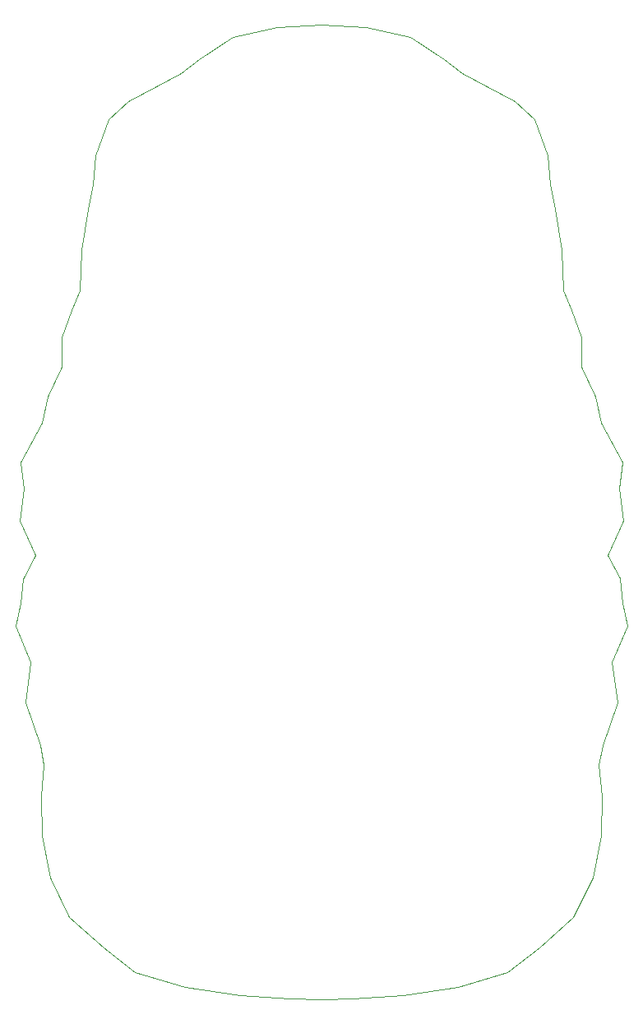
<source format=gbr>
G04 #@! TF.GenerationSoftware,KiCad,Pcbnew,no-vcs-found-bf44d39~61~ubuntu16.04.1*
G04 #@! TF.CreationDate,2018-01-11T19:38:33+02:00*
G04 #@! TF.ProjectId,shd18-badge,73686431382D62616467652E6B696361,rev?*
G04 #@! TF.SameCoordinates,Original*
G04 #@! TF.FileFunction,Profile,NP*
%FSLAX45Y45*%
G04 Gerber Fmt 4.5, Leading zero omitted, Abs format (unit mm)*
G04 Created by KiCad (PCBNEW no-vcs-found-bf44d39~61~ubuntu16.04.1) date Thu Jan 11 19:38:33 2018*
%MOMM*%
%LPD*%
G01*
G04 APERTURE LIST*
%ADD10C,0.100000*%
G04 APERTURE END LIST*
D10*
X31722404Y-18686631D02*
X31881714Y-18328144D01*
X26859001Y-22971998D02*
X27369683Y-23127644D01*
X26531929Y-22723250D02*
X26859001Y-22971998D01*
X26182048Y-22407466D02*
X26531929Y-22723250D01*
X31881714Y-18328144D02*
X31846256Y-17996958D01*
X26585057Y-14195219D02*
X26452659Y-14566419D01*
X26785065Y-14011715D02*
X26585057Y-14195219D01*
X31654957Y-21573791D02*
X31663800Y-21168134D01*
X31569679Y-22005605D02*
X31654957Y-21573791D01*
X31370712Y-22407463D02*
X31569679Y-22005605D01*
X28451062Y-23246547D02*
X28776350Y-23253261D01*
X27941272Y-23211917D02*
X28451062Y-23246547D01*
X27369683Y-23127644D02*
X27941272Y-23211917D01*
X25895042Y-17316207D02*
X25682503Y-17723570D01*
X25954672Y-17050001D02*
X25895042Y-17316207D01*
X31846256Y-17996958D02*
X31872177Y-17723507D01*
X31670916Y-20640599D02*
X31822525Y-20199671D01*
X31633463Y-20844747D02*
X31670916Y-20640599D01*
X31663800Y-21168134D02*
X31633463Y-20844747D01*
X25675436Y-19177548D02*
X25629340Y-19409174D01*
X25700602Y-18925015D02*
X25675436Y-19177548D01*
X25983096Y-22005614D02*
X26182048Y-22407466D01*
X25897819Y-21573804D02*
X25983096Y-22005614D01*
X31134184Y-14860853D02*
X31102006Y-14566418D01*
X31185044Y-15122119D02*
X31134184Y-14860853D01*
X26420468Y-14860854D02*
X26369636Y-15122120D01*
X26452659Y-14566419D02*
X26420468Y-14860854D01*
X26205509Y-16162414D02*
X26099090Y-16442424D01*
X26292031Y-15954920D02*
X26205509Y-16162414D01*
X29231974Y-13245411D02*
X28777310Y-13223920D01*
X29689489Y-13346407D02*
X29231974Y-13245411D01*
X26099314Y-16743601D02*
X25954672Y-17050001D01*
X26099090Y-16442424D02*
X26099314Y-16743601D01*
X31020802Y-22723250D02*
X31370712Y-22407463D01*
X30693754Y-22971998D02*
X31020802Y-22723250D01*
X30183072Y-23127644D02*
X30693754Y-22971998D01*
X31659579Y-17316206D02*
X31600000Y-17050000D01*
X31872177Y-17723507D02*
X31659579Y-17316206D01*
X30477689Y-13854641D02*
X30224982Y-13722080D01*
X30769634Y-14011709D02*
X30477689Y-13854641D01*
X28322681Y-13245412D02*
X27865160Y-13346407D01*
X28777310Y-13223920D02*
X28322681Y-13245412D01*
X31854291Y-18924549D02*
X31722404Y-18686631D01*
X26309097Y-15538658D02*
X26292031Y-15954920D01*
X26369636Y-15122120D02*
X26309097Y-15538658D01*
X25888960Y-21168145D02*
X25897819Y-21573804D01*
X25919268Y-20844747D02*
X25888960Y-21168145D01*
X27076964Y-13854673D02*
X26785065Y-14011715D01*
X27329690Y-13722085D02*
X27076964Y-13854673D01*
X25881877Y-20640599D02*
X25919268Y-20844747D01*
X25730225Y-20199671D02*
X25881877Y-20640599D01*
X27513667Y-13581691D02*
X27329690Y-13722085D01*
X27865160Y-13346407D02*
X27513667Y-13581691D01*
X31348524Y-16160895D02*
X31262621Y-15954919D01*
X31455497Y-16442198D02*
X31348524Y-16160895D01*
X25832435Y-18687097D02*
X25700602Y-18925015D01*
X25673155Y-18328614D02*
X25832435Y-18687097D01*
X31245569Y-15538657D02*
X31185044Y-15122119D01*
X31262621Y-15954919D02*
X31245569Y-15538657D01*
X30969596Y-14195218D02*
X30769634Y-14011709D01*
X31102006Y-14566418D02*
X30969596Y-14195218D01*
X25708645Y-17997455D02*
X25673155Y-18328614D01*
X25682503Y-17723570D02*
X25708645Y-17997455D01*
X29611470Y-23211917D02*
X30183072Y-23127644D01*
X29101658Y-23246547D02*
X29611470Y-23211917D01*
X28776350Y-23253261D02*
X29101658Y-23246547D01*
X30040954Y-13581690D02*
X29689489Y-13346407D01*
X30224982Y-13722080D02*
X30040954Y-13581690D01*
X31923453Y-19409174D02*
X31879464Y-19177082D01*
X31768932Y-19780420D02*
X31923453Y-19409174D01*
X31822525Y-20199671D02*
X31768932Y-19780420D01*
X31879464Y-19177082D02*
X31854291Y-18924549D01*
X25783799Y-19780420D02*
X25730225Y-20199671D01*
X25629340Y-19409174D02*
X25783799Y-19780420D01*
X31455338Y-16743600D02*
X31455497Y-16442198D01*
X31600000Y-17050000D02*
X31455338Y-16743600D01*
M02*

</source>
